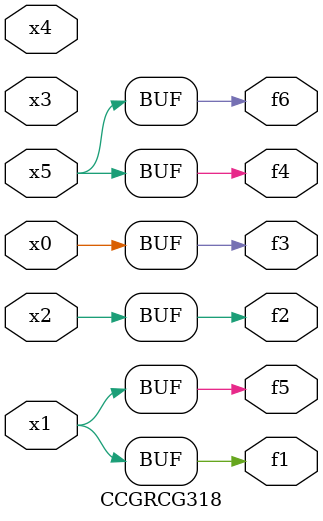
<source format=v>
module CCGRCG318(
	input x0, x1, x2, x3, x4, x5,
	output f1, f2, f3, f4, f5, f6
);
	assign f1 = x1;
	assign f2 = x2;
	assign f3 = x0;
	assign f4 = x5;
	assign f5 = x1;
	assign f6 = x5;
endmodule

</source>
